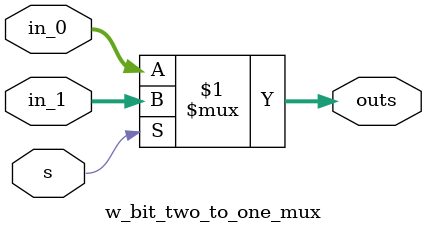
<source format=v>
module w_bit_two_to_one_mux #(
	parameter W=2 
) 
(
	input [W-1:0] in_0, 
	input [W-1:0] in_1, 
	input s, 
	output [W-1:0]outs
	
);  
	// MUX logic eqution is implemented here using the if statement of verilog. 
	assign outs = s ? in_1: in_0; 

endmodule 
</source>
